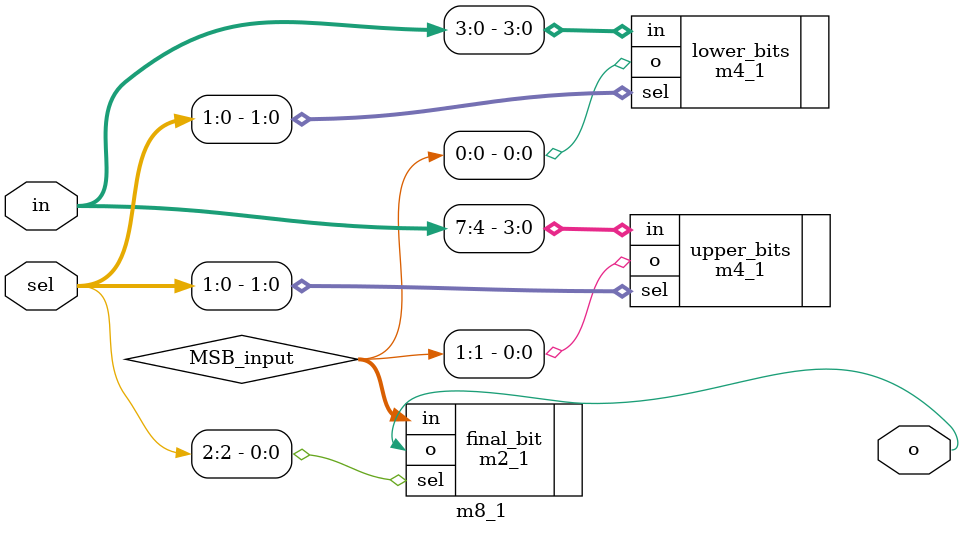
<source format=v>
`timescale 1ns / 1ps


module m8_1(
    input [7:0] in,
    input [2:0] sel,
    output o
    );
    
    wire [1:0] MSB_input;
    
    //LSB muxes
    m4_1 lower_bits(.in(in[3:0]),.sel(sel[1:0]),.o(MSB_input[0]));
    m4_1 upper_bits(.in(in[7:4]),.sel(sel[1:0]),.o(MSB_input[1]));
    
    //MSB mux
    m2_1 final_bit(.in(MSB_input),.sel(sel[2]),.o(o));
    
    
endmodule

</source>
